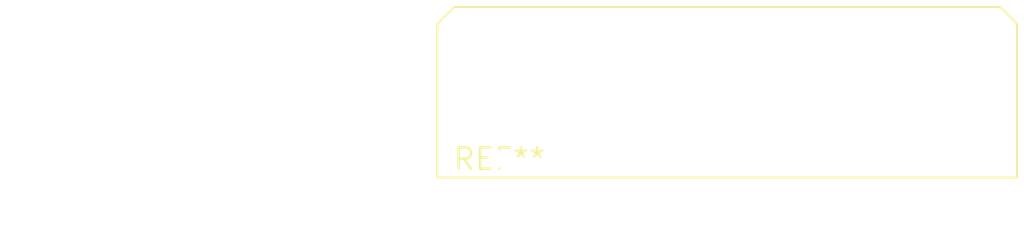
<source format=kicad_pcb>
(kicad_pcb (version 20240108) (generator pcbnew)
  (layers (0 "F.Cu" signal) (31 "B.Cu" signal) (34 "B.Paste" user) (35 "F.Paste" user) (36 "B.SilkS" user "B.Silkscreen") (37 "F.SilkS" user "F.Silkscreen") (38 "B.Mask" user) (39 "F.Mask" user) (44 "Edge.Cuts" user))
  (net 0 "")
  (footprint "Molex_Micro-Fit_3.0_43045-2000_2x10_P3.00mm_Horizontal" (layer "F.Cu") (at 0 0)
    (property "Reference" "REF**")
    (property "Value" "Molex_Micro-Fit_3.0_43045-2000_2x10_P3.00mm_Horizontal")
    (fp_line (start -3.685 -8.03) (end -2.685 -9.03) (layer "F.SilkS") (stroke (width 0.12)))
    (fp_line (start -3.685 1.1) (end -3.685 -8.03) (layer "F.SilkS") (stroke (width 0.12)))
    (fp_line (start -2.685 -9.03) (end 29.685 -9.03) (layer "F.SilkS") (stroke (width 0.12)))
    (fp_line (start 29.685 -9.03) (end 30.685 -8.03) (layer "F.SilkS") (stroke (width 0.12)))
    (fp_line (start 30.685 -8.03) (end 30.685 1.1) (layer "F.SilkS") (stroke (width 0.12)))
    (fp_line (start 30.685 1.1) (end -3.685 1.1) (layer "F.SilkS") (stroke (width 0.12)))
    (pad "" np_thru_hole circle (at 2.16 -4.32) (size 3 3) (drill 3) (layers *.Cu *.Mask))
    (pad "" np_thru_hole circle (at 24.86 -4.32) (size 3 3) (drill 3) (layers *.Cu *.Mask))
    (pad "1" thru_hole roundrect (at 0 0) (size 1.5 1.5) (drill 1.02) (layers *.Cu *.Mask) (remove_unused_layers) (roundrect_rratio 0.166667))
    (pad "2" thru_hole circle (at 3 0) (size 1.5 1.5) (drill 1.02) (layers *.Cu *.Mask) (remove_unused_layers))
    (pad "3" thru_hole circle (at 6 0) (size 1.5 1.5) (drill 1.02) (layers *.Cu *.Mask) (remove_unused_layers))
    (pad "4" thru_hole circle (at 9 0) (size 1.5 1.5) (drill 1.02) (layers *.Cu *.Mask) (remove_unused_layers))
    (pad "5" thru_hole circle (at 12 0) (size 1.5 1.5) (drill 1.02) (layers *.Cu *.Mask) (remove_unused_layers))
    (pad "6" thru_hole circle (at 15 0) (size 1.5 1.5) (drill 1.02) (layers *.Cu *.Mask) (remove_unused_layers))
    (pad "7" thru_hole circle (at 18 0) (size 1.5 1.5) (drill 1.02) (layers *.Cu *.Mask) (remove_unused_layers))
    (pad "8" thru_hole circle (at 21 0) (size 1.5 1.5) (drill 1.02) (layers *.Cu *.Mask) (remove_unused_layers))
    (pad "9" thru_hole circle (at 24 0) (size 1.5 1.5) (drill 1.02) (layers *.Cu *.Mask) (remove_unused_layers))
    (pad "10" thru_hole circle (at 27 0) (size 1.5 1.5) (drill 1.02) (layers *.Cu *.Mask) (remove_unused_layers))
    (pad "11" thru_hole circle (at 0 3) (size 1.5 1.5) (drill 1.02) (layers *.Cu *.Mask) (remove_unused_layers))
    (pad "12" thru_hole circle (at 3 3) (size 1.5 1.5) (drill 1.02) (layers *.Cu *.Mask) (remove_unused_layers))
    (pad "13" thru_hole circle (at 6 3) (size 1.5 1.5) (drill 1.02) (layers *.Cu *.Mask) (remove_unused_layers))
    (pad "14" thru_hole circle (at 9 3) (size 1.5 1.5) (drill 1.02) (layers *.Cu *.Mask) (remove_unused_layers))
    (pad "15" thru_hole circle (at 12 3) (size 1.5 1.5) (drill 1.02) (layers *.Cu *.Mask) (remove_unused_layers))
    (pad "16" thru_hole circle (at 15 3) (size 1.5 1.5) (drill 1.02) (layers *.Cu *.Mask) (remove_unused_layers))
    (pad "17" thru_hole circle (at 18 3) (size 1.5 1.5) (drill 1.02) (layers *.Cu *.Mask) (remove_unused_layers))
    (pad "18" thru_hole circle (at 21 3) (size 1.5 1.5) (drill 1.02) (layers *.Cu *.Mask) (remove_unused_layers))
    (pad "19" thru_hole circle (at 24 3) (size 1.5 1.5) (drill 1.02) (layers *.Cu *.Mask) (remove_unused_layers))
    (pad "20" thru_hole circle (at 27 3) (size 1.5 1.5) (drill 1.02) (layers *.Cu *.Mask) (remove_unused_layers))
  )
)
</source>
